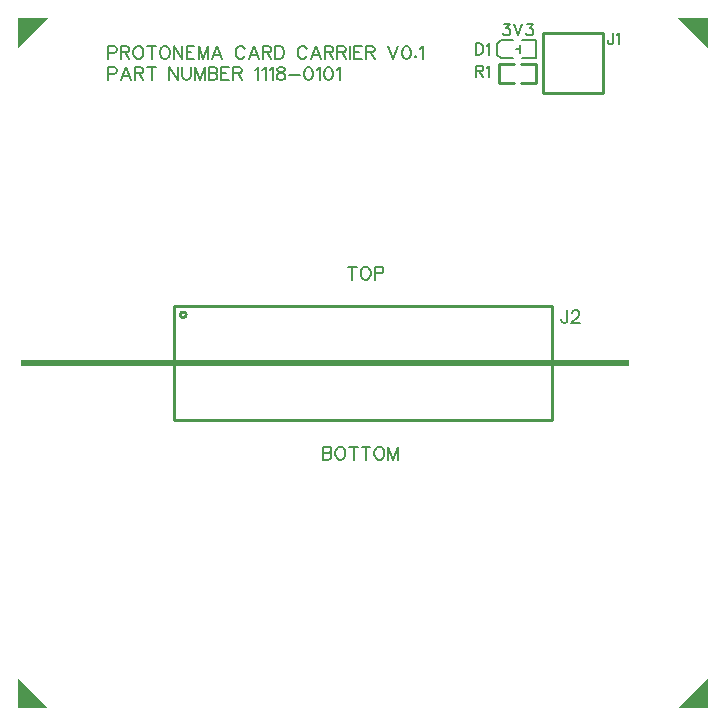
<source format=gto>
G04 Layer: TopSilkscreenLayer*
G04 EasyEDA v6.5.34, 2023-08-21 18:11:39*
G04 c46f0082a94245e39cc9accd834b7a4f,5a6b42c53f6a479593ecc07194224c93,10*
G04 Gerber Generator version 0.2*
G04 Scale: 100 percent, Rotated: No, Reflected: No *
G04 Dimensions in millimeters *
G04 leading zeros omitted , absolute positions ,4 integer and 5 decimal *
%FSLAX45Y45*%
%MOMM*%

%ADD10C,0.1524*%
%ADD11C,0.2540*%
%ADD12C,0.1500*%

%LPD*%
D10*
X761992Y5601759D02*
G01*
X761992Y5492539D01*
X761992Y5601759D02*
G01*
X808728Y5601759D01*
X824222Y5596425D01*
X829556Y5591345D01*
X834636Y5580931D01*
X834636Y5565437D01*
X829556Y5555023D01*
X824222Y5549689D01*
X808728Y5544609D01*
X761992Y5544609D01*
X868926Y5601759D02*
G01*
X868926Y5492539D01*
X868926Y5601759D02*
G01*
X915662Y5601759D01*
X931410Y5596425D01*
X936490Y5591345D01*
X941824Y5580931D01*
X941824Y5570517D01*
X936490Y5560103D01*
X931410Y5555023D01*
X915662Y5549689D01*
X868926Y5549689D01*
X905502Y5549689D02*
G01*
X941824Y5492539D01*
X1007102Y5601759D02*
G01*
X996942Y5596425D01*
X986528Y5586265D01*
X981194Y5575851D01*
X976114Y5560103D01*
X976114Y5534195D01*
X981194Y5518701D01*
X986528Y5508287D01*
X996942Y5497873D01*
X1007102Y5492539D01*
X1027930Y5492539D01*
X1038344Y5497873D01*
X1048758Y5508287D01*
X1054092Y5518701D01*
X1059172Y5534195D01*
X1059172Y5560103D01*
X1054092Y5575851D01*
X1048758Y5586265D01*
X1038344Y5596425D01*
X1027930Y5601759D01*
X1007102Y5601759D01*
X1129784Y5601759D02*
G01*
X1129784Y5492539D01*
X1093462Y5601759D02*
G01*
X1166106Y5601759D01*
X1231638Y5601759D02*
G01*
X1221224Y5596425D01*
X1210810Y5586265D01*
X1205730Y5575851D01*
X1200396Y5560103D01*
X1200396Y5534195D01*
X1205730Y5518701D01*
X1210810Y5508287D01*
X1221224Y5497873D01*
X1231638Y5492539D01*
X1252466Y5492539D01*
X1262880Y5497873D01*
X1273294Y5508287D01*
X1278374Y5518701D01*
X1283708Y5534195D01*
X1283708Y5560103D01*
X1278374Y5575851D01*
X1273294Y5586265D01*
X1262880Y5596425D01*
X1252466Y5601759D01*
X1231638Y5601759D01*
X1317998Y5601759D02*
G01*
X1317998Y5492539D01*
X1317998Y5601759D02*
G01*
X1390642Y5492539D01*
X1390642Y5601759D02*
G01*
X1390642Y5492539D01*
X1424932Y5601759D02*
G01*
X1424932Y5492539D01*
X1424932Y5601759D02*
G01*
X1492496Y5601759D01*
X1424932Y5549689D02*
G01*
X1466588Y5549689D01*
X1424932Y5492539D02*
G01*
X1492496Y5492539D01*
X1526786Y5601759D02*
G01*
X1526786Y5492539D01*
X1526786Y5601759D02*
G01*
X1568442Y5492539D01*
X1609844Y5601759D02*
G01*
X1568442Y5492539D01*
X1609844Y5601759D02*
G01*
X1609844Y5492539D01*
X1685790Y5601759D02*
G01*
X1644134Y5492539D01*
X1685790Y5601759D02*
G01*
X1727192Y5492539D01*
X1659882Y5529115D02*
G01*
X1711698Y5529115D01*
X1919470Y5575851D02*
G01*
X1914390Y5586265D01*
X1903976Y5596425D01*
X1893562Y5601759D01*
X1872734Y5601759D01*
X1862320Y5596425D01*
X1851906Y5586265D01*
X1846826Y5575851D01*
X1841492Y5560103D01*
X1841492Y5534195D01*
X1846826Y5518701D01*
X1851906Y5508287D01*
X1862320Y5497873D01*
X1872734Y5492539D01*
X1893562Y5492539D01*
X1903976Y5497873D01*
X1914390Y5508287D01*
X1919470Y5518701D01*
X1995416Y5601759D02*
G01*
X1953760Y5492539D01*
X1995416Y5601759D02*
G01*
X2037072Y5492539D01*
X1969508Y5529115D02*
G01*
X2021324Y5529115D01*
X2071362Y5601759D02*
G01*
X2071362Y5492539D01*
X2071362Y5601759D02*
G01*
X2118098Y5601759D01*
X2133592Y5596425D01*
X2138672Y5591345D01*
X2144006Y5580931D01*
X2144006Y5570517D01*
X2138672Y5560103D01*
X2133592Y5555023D01*
X2118098Y5549689D01*
X2071362Y5549689D01*
X2107684Y5549689D02*
G01*
X2144006Y5492539D01*
X2178296Y5601759D02*
G01*
X2178296Y5492539D01*
X2178296Y5601759D02*
G01*
X2214618Y5601759D01*
X2230112Y5596425D01*
X2240526Y5586265D01*
X2245860Y5575851D01*
X2250940Y5560103D01*
X2250940Y5534195D01*
X2245860Y5518701D01*
X2240526Y5508287D01*
X2230112Y5497873D01*
X2214618Y5492539D01*
X2178296Y5492539D01*
X2443218Y5575851D02*
G01*
X2438138Y5586265D01*
X2427724Y5596425D01*
X2417310Y5601759D01*
X2396482Y5601759D01*
X2386068Y5596425D01*
X2375654Y5586265D01*
X2370574Y5575851D01*
X2365240Y5560103D01*
X2365240Y5534195D01*
X2370574Y5518701D01*
X2375654Y5508287D01*
X2386068Y5497873D01*
X2396482Y5492539D01*
X2417310Y5492539D01*
X2427724Y5497873D01*
X2438138Y5508287D01*
X2443218Y5518701D01*
X2519164Y5601759D02*
G01*
X2477508Y5492539D01*
X2519164Y5601759D02*
G01*
X2560566Y5492539D01*
X2493002Y5529115D02*
G01*
X2545072Y5529115D01*
X2594856Y5601759D02*
G01*
X2594856Y5492539D01*
X2594856Y5601759D02*
G01*
X2641592Y5601759D01*
X2657340Y5596425D01*
X2662420Y5591345D01*
X2667754Y5580931D01*
X2667754Y5570517D01*
X2662420Y5560103D01*
X2657340Y5555023D01*
X2641592Y5549689D01*
X2594856Y5549689D01*
X2631432Y5549689D02*
G01*
X2667754Y5492539D01*
X2702044Y5601759D02*
G01*
X2702044Y5492539D01*
X2702044Y5601759D02*
G01*
X2748780Y5601759D01*
X2764274Y5596425D01*
X2769608Y5591345D01*
X2774688Y5580931D01*
X2774688Y5570517D01*
X2769608Y5560103D01*
X2764274Y5555023D01*
X2748780Y5549689D01*
X2702044Y5549689D01*
X2738366Y5549689D02*
G01*
X2774688Y5492539D01*
X2808978Y5601759D02*
G01*
X2808978Y5492539D01*
X2843268Y5601759D02*
G01*
X2843268Y5492539D01*
X2843268Y5601759D02*
G01*
X2910832Y5601759D01*
X2843268Y5549689D02*
G01*
X2884924Y5549689D01*
X2843268Y5492539D02*
G01*
X2910832Y5492539D01*
X2945122Y5601759D02*
G01*
X2945122Y5492539D01*
X2945122Y5601759D02*
G01*
X2991858Y5601759D01*
X3007352Y5596425D01*
X3012686Y5591345D01*
X3017766Y5580931D01*
X3017766Y5570517D01*
X3012686Y5560103D01*
X3007352Y5555023D01*
X2991858Y5549689D01*
X2945122Y5549689D01*
X2981444Y5549689D02*
G01*
X3017766Y5492539D01*
X3132066Y5601759D02*
G01*
X3173722Y5492539D01*
X3215378Y5601759D02*
G01*
X3173722Y5492539D01*
X3280656Y5601759D02*
G01*
X3265162Y5596425D01*
X3254748Y5580931D01*
X3249668Y5555023D01*
X3249668Y5539275D01*
X3254748Y5513367D01*
X3265162Y5497873D01*
X3280656Y5492539D01*
X3291070Y5492539D01*
X3306818Y5497873D01*
X3317232Y5513367D01*
X3322312Y5539275D01*
X3322312Y5555023D01*
X3317232Y5580931D01*
X3306818Y5596425D01*
X3291070Y5601759D01*
X3280656Y5601759D01*
X3361682Y5518701D02*
G01*
X3356602Y5513367D01*
X3361682Y5508287D01*
X3367016Y5513367D01*
X3361682Y5518701D01*
X3401306Y5580931D02*
G01*
X3411720Y5586265D01*
X3427214Y5601759D01*
X3427214Y5492539D01*
X761992Y5423959D02*
G01*
X761992Y5314739D01*
X761992Y5423959D02*
G01*
X808728Y5423959D01*
X824222Y5418625D01*
X829556Y5413545D01*
X834636Y5403131D01*
X834636Y5387637D01*
X829556Y5377223D01*
X824222Y5371889D01*
X808728Y5366809D01*
X761992Y5366809D01*
X910582Y5423959D02*
G01*
X868926Y5314739D01*
X910582Y5423959D02*
G01*
X952238Y5314739D01*
X884674Y5351315D02*
G01*
X936490Y5351315D01*
X986528Y5423959D02*
G01*
X986528Y5314739D01*
X986528Y5423959D02*
G01*
X1033264Y5423959D01*
X1048758Y5418625D01*
X1054092Y5413545D01*
X1059172Y5403131D01*
X1059172Y5392717D01*
X1054092Y5382303D01*
X1048758Y5377223D01*
X1033264Y5371889D01*
X986528Y5371889D01*
X1022850Y5371889D02*
G01*
X1059172Y5314739D01*
X1129784Y5423959D02*
G01*
X1129784Y5314739D01*
X1093462Y5423959D02*
G01*
X1166106Y5423959D01*
X1280406Y5423959D02*
G01*
X1280406Y5314739D01*
X1280406Y5423959D02*
G01*
X1353304Y5314739D01*
X1353304Y5423959D02*
G01*
X1353304Y5314739D01*
X1387594Y5423959D02*
G01*
X1387594Y5345981D01*
X1392674Y5330487D01*
X1403088Y5320073D01*
X1418582Y5314739D01*
X1428996Y5314739D01*
X1444744Y5320073D01*
X1455158Y5330487D01*
X1460238Y5345981D01*
X1460238Y5423959D01*
X1494528Y5423959D02*
G01*
X1494528Y5314739D01*
X1494528Y5423959D02*
G01*
X1536184Y5314739D01*
X1577586Y5423959D02*
G01*
X1536184Y5314739D01*
X1577586Y5423959D02*
G01*
X1577586Y5314739D01*
X1611876Y5423959D02*
G01*
X1611876Y5314739D01*
X1611876Y5423959D02*
G01*
X1658612Y5423959D01*
X1674360Y5418625D01*
X1679440Y5413545D01*
X1684774Y5403131D01*
X1684774Y5392717D01*
X1679440Y5382303D01*
X1674360Y5377223D01*
X1658612Y5371889D01*
X1611876Y5371889D02*
G01*
X1658612Y5371889D01*
X1674360Y5366809D01*
X1679440Y5361475D01*
X1684774Y5351315D01*
X1684774Y5335567D01*
X1679440Y5325153D01*
X1674360Y5320073D01*
X1658612Y5314739D01*
X1611876Y5314739D01*
X1719064Y5423959D02*
G01*
X1719064Y5314739D01*
X1719064Y5423959D02*
G01*
X1786628Y5423959D01*
X1719064Y5371889D02*
G01*
X1760466Y5371889D01*
X1719064Y5314739D02*
G01*
X1786628Y5314739D01*
X1820918Y5423959D02*
G01*
X1820918Y5314739D01*
X1820918Y5423959D02*
G01*
X1867654Y5423959D01*
X1883148Y5418625D01*
X1888482Y5413545D01*
X1893562Y5403131D01*
X1893562Y5392717D01*
X1888482Y5382303D01*
X1883148Y5377223D01*
X1867654Y5371889D01*
X1820918Y5371889D01*
X1857240Y5371889D02*
G01*
X1893562Y5314739D01*
X2007862Y5403131D02*
G01*
X2018276Y5408465D01*
X2033770Y5423959D01*
X2033770Y5314739D01*
X2068060Y5403131D02*
G01*
X2078474Y5408465D01*
X2094222Y5423959D01*
X2094222Y5314739D01*
X2128512Y5403131D02*
G01*
X2138672Y5408465D01*
X2154420Y5423959D01*
X2154420Y5314739D01*
X2214618Y5423959D02*
G01*
X2199124Y5418625D01*
X2193790Y5408465D01*
X2193790Y5398051D01*
X2199124Y5387637D01*
X2209538Y5382303D01*
X2230112Y5377223D01*
X2245860Y5371889D01*
X2256274Y5361475D01*
X2261354Y5351315D01*
X2261354Y5335567D01*
X2256274Y5325153D01*
X2250940Y5320073D01*
X2235446Y5314739D01*
X2214618Y5314739D01*
X2199124Y5320073D01*
X2193790Y5325153D01*
X2188710Y5335567D01*
X2188710Y5351315D01*
X2193790Y5361475D01*
X2204204Y5371889D01*
X2219952Y5377223D01*
X2240526Y5382303D01*
X2250940Y5387637D01*
X2256274Y5398051D01*
X2256274Y5408465D01*
X2250940Y5418625D01*
X2235446Y5423959D01*
X2214618Y5423959D01*
X2295644Y5361475D02*
G01*
X2389116Y5361475D01*
X2454648Y5423959D02*
G01*
X2439154Y5418625D01*
X2428740Y5403131D01*
X2423406Y5377223D01*
X2423406Y5361475D01*
X2428740Y5335567D01*
X2439154Y5320073D01*
X2454648Y5314739D01*
X2465062Y5314739D01*
X2480556Y5320073D01*
X2490970Y5335567D01*
X2496304Y5361475D01*
X2496304Y5377223D01*
X2490970Y5403131D01*
X2480556Y5418625D01*
X2465062Y5423959D01*
X2454648Y5423959D01*
X2530594Y5403131D02*
G01*
X2541008Y5408465D01*
X2556502Y5423959D01*
X2556502Y5314739D01*
X2622034Y5423959D02*
G01*
X2606286Y5418625D01*
X2595872Y5403131D01*
X2590792Y5377223D01*
X2590792Y5361475D01*
X2595872Y5335567D01*
X2606286Y5320073D01*
X2622034Y5314739D01*
X2632448Y5314739D01*
X2647942Y5320073D01*
X2658356Y5335567D01*
X2663436Y5361475D01*
X2663436Y5377223D01*
X2658356Y5403131D01*
X2647942Y5418625D01*
X2632448Y5423959D01*
X2622034Y5423959D01*
X2697726Y5403131D02*
G01*
X2708140Y5408465D01*
X2723888Y5423959D01*
X2723888Y5314739D01*
X5036558Y5714230D02*
G01*
X5036558Y5641586D01*
X5031986Y5627870D01*
X5027414Y5623298D01*
X5018270Y5618726D01*
X5009380Y5618726D01*
X5000236Y5623298D01*
X4995664Y5627870D01*
X4991092Y5641586D01*
X4991092Y5650730D01*
X5066530Y5696196D02*
G01*
X5075674Y5700768D01*
X5089390Y5714230D01*
X5089390Y5618726D01*
X4111236Y5790430D02*
G01*
X4161274Y5790430D01*
X4133842Y5754108D01*
X4147558Y5754108D01*
X4156702Y5749536D01*
X4161274Y5744964D01*
X4165846Y5731502D01*
X4165846Y5722358D01*
X4161274Y5708642D01*
X4152130Y5699498D01*
X4138414Y5694926D01*
X4124698Y5694926D01*
X4111236Y5699498D01*
X4106664Y5704070D01*
X4102092Y5713214D01*
X4195818Y5790430D02*
G01*
X4232140Y5694926D01*
X4268462Y5790430D02*
G01*
X4232140Y5694926D01*
X4307578Y5790430D02*
G01*
X4357616Y5790430D01*
X4330184Y5754108D01*
X4343900Y5754108D01*
X4353044Y5749536D01*
X4357616Y5744964D01*
X4362188Y5731502D01*
X4362188Y5722358D01*
X4357616Y5708642D01*
X4348472Y5699498D01*
X4334756Y5694926D01*
X4321294Y5694926D01*
X4307578Y5699498D01*
X4303006Y5704070D01*
X4298434Y5713214D01*
X2830314Y3734859D02*
G01*
X2830314Y3625639D01*
X2793992Y3734859D02*
G01*
X2866636Y3734859D01*
X2932168Y3734859D02*
G01*
X2921754Y3729525D01*
X2911340Y3719365D01*
X2906260Y3708951D01*
X2900926Y3693203D01*
X2900926Y3667295D01*
X2906260Y3651801D01*
X2911340Y3641387D01*
X2921754Y3630973D01*
X2932168Y3625639D01*
X2952996Y3625639D01*
X2963410Y3630973D01*
X2973824Y3641387D01*
X2978904Y3651801D01*
X2984238Y3667295D01*
X2984238Y3693203D01*
X2978904Y3708951D01*
X2973824Y3719365D01*
X2963410Y3729525D01*
X2952996Y3734859D01*
X2932168Y3734859D01*
X3018528Y3734859D02*
G01*
X3018528Y3625639D01*
X3018528Y3734859D02*
G01*
X3065264Y3734859D01*
X3080758Y3729525D01*
X3086092Y3724445D01*
X3091172Y3714031D01*
X3091172Y3698537D01*
X3086092Y3688123D01*
X3080758Y3682789D01*
X3065264Y3677709D01*
X3018528Y3677709D01*
X2578092Y2210859D02*
G01*
X2578092Y2101639D01*
X2578092Y2210859D02*
G01*
X2624828Y2210859D01*
X2640322Y2205525D01*
X2645656Y2200445D01*
X2650736Y2190031D01*
X2650736Y2179617D01*
X2645656Y2169203D01*
X2640322Y2164123D01*
X2624828Y2158789D01*
X2578092Y2158789D02*
G01*
X2624828Y2158789D01*
X2640322Y2153709D01*
X2645656Y2148375D01*
X2650736Y2138215D01*
X2650736Y2122467D01*
X2645656Y2112053D01*
X2640322Y2106973D01*
X2624828Y2101639D01*
X2578092Y2101639D01*
X2716268Y2210859D02*
G01*
X2705854Y2205525D01*
X2695440Y2195365D01*
X2690360Y2184951D01*
X2685026Y2169203D01*
X2685026Y2143295D01*
X2690360Y2127801D01*
X2695440Y2117387D01*
X2705854Y2106973D01*
X2716268Y2101639D01*
X2737096Y2101639D01*
X2747510Y2106973D01*
X2757924Y2117387D01*
X2763004Y2127801D01*
X2768338Y2143295D01*
X2768338Y2169203D01*
X2763004Y2184951D01*
X2757924Y2195365D01*
X2747510Y2205525D01*
X2737096Y2210859D01*
X2716268Y2210859D01*
X2838950Y2210859D02*
G01*
X2838950Y2101639D01*
X2802628Y2210859D02*
G01*
X2875272Y2210859D01*
X2945884Y2210859D02*
G01*
X2945884Y2101639D01*
X2909562Y2210859D02*
G01*
X2982206Y2210859D01*
X3047738Y2210859D02*
G01*
X3037324Y2205525D01*
X3026910Y2195365D01*
X3021830Y2184951D01*
X3016496Y2169203D01*
X3016496Y2143295D01*
X3021830Y2127801D01*
X3026910Y2117387D01*
X3037324Y2106973D01*
X3047738Y2101639D01*
X3068566Y2101639D01*
X3078980Y2106973D01*
X3089394Y2117387D01*
X3094474Y2127801D01*
X3099808Y2143295D01*
X3099808Y2169203D01*
X3094474Y2184951D01*
X3089394Y2195365D01*
X3078980Y2205525D01*
X3068566Y2210859D01*
X3047738Y2210859D01*
X3134098Y2210859D02*
G01*
X3134098Y2101639D01*
X3134098Y2210859D02*
G01*
X3175500Y2101639D01*
X3217156Y2210859D02*
G01*
X3175500Y2101639D01*
X3217156Y2210859D02*
G01*
X3217156Y2101639D01*
X4649457Y3366556D02*
G01*
X4649457Y3283498D01*
X4644123Y3267750D01*
X4639043Y3262670D01*
X4628629Y3257336D01*
X4618215Y3257336D01*
X4607801Y3262670D01*
X4602467Y3267750D01*
X4597387Y3283498D01*
X4597387Y3293912D01*
X4688827Y3340648D02*
G01*
X4688827Y3345728D01*
X4693907Y3356142D01*
X4699241Y3361222D01*
X4709655Y3366556D01*
X4730483Y3366556D01*
X4740897Y3361222D01*
X4745977Y3356142D01*
X4751057Y3345728D01*
X4751057Y3335314D01*
X4745977Y3324900D01*
X4735563Y3309406D01*
X4683747Y3257336D01*
X4756391Y3257336D01*
X3873492Y5625330D02*
G01*
X3873492Y5529826D01*
X3873492Y5625330D02*
G01*
X3905242Y5625330D01*
X3918958Y5620758D01*
X3928102Y5611868D01*
X3932674Y5602724D01*
X3937246Y5589008D01*
X3937246Y5566402D01*
X3932674Y5552686D01*
X3928102Y5543542D01*
X3918958Y5534398D01*
X3905242Y5529826D01*
X3873492Y5529826D01*
X3967218Y5607296D02*
G01*
X3976108Y5611868D01*
X3989824Y5625330D01*
X3989824Y5529826D01*
X3873492Y5434830D02*
G01*
X3873492Y5339326D01*
X3873492Y5434830D02*
G01*
X3914386Y5434830D01*
X3928102Y5430258D01*
X3932674Y5425686D01*
X3937246Y5416796D01*
X3937246Y5407652D01*
X3932674Y5398508D01*
X3928102Y5393936D01*
X3914386Y5389364D01*
X3873492Y5389364D01*
X3905242Y5389364D02*
G01*
X3937246Y5339326D01*
X3967218Y5416796D02*
G01*
X3976108Y5421368D01*
X3989824Y5434830D01*
X3989824Y5339326D01*
G36*
X0Y5842000D02*
G01*
X0Y5588000D01*
X254000Y5842000D01*
G37*
G36*
X0Y254000D02*
G01*
X0Y0D01*
X254000Y0D01*
G37*
G36*
X5842000Y254000D02*
G01*
X5588000Y0D01*
X5842000Y0D01*
G37*
G36*
X5588000Y5842000D02*
G01*
X5842000Y5588000D01*
X5842000Y5842000D01*
G37*
D11*
X1320794Y3403594D02*
G01*
X4521194Y3403594D01*
X4521194Y2438394D01*
X1320794Y2438394D01*
X1320794Y3403594D01*
D12*
X4246092Y5575515D02*
G01*
X4212092Y5575515D01*
X4054086Y5540288D02*
G01*
X4054086Y5530286D01*
X4084081Y5500283D01*
X4269087Y5650290D02*
G01*
X4384088Y5650290D01*
X4269087Y5500283D02*
G01*
X4384088Y5500283D01*
X4189087Y5650290D02*
G01*
X4084081Y5650290D01*
X4189087Y5500283D02*
G01*
X4084081Y5500283D01*
X4384088Y5650278D02*
G01*
X4384088Y5502287D01*
X4054086Y5610280D02*
G01*
X4054086Y5540288D01*
X4054086Y5610280D02*
G01*
X4054086Y5620296D01*
X4084081Y5650290D01*
X4246092Y5610288D02*
G01*
X4246092Y5542290D01*
D11*
X4074030Y5291579D02*
G01*
X4074030Y5451584D01*
X4384088Y5292089D02*
G01*
X4384088Y5452094D01*
X4199026Y5451584D02*
G01*
X4074030Y5451584D01*
X4199026Y5291579D02*
G01*
X4074030Y5291579D01*
X4259084Y5452094D02*
G01*
X4384088Y5452094D01*
X4259084Y5292089D02*
G01*
X4384088Y5292089D01*
G75*
G01
X1422392Y3327392D02*
G03X1422392Y3327392I-25400J0D01*
X4444992Y5714992D02*
G01*
X4952992Y5714992D01*
X4952992Y5206992D01*
X4444992Y5206992D01*
X4444992Y5714992D01*
G36*
X25392Y2946392D02*
G01*
X5168892Y2946392D01*
X5168892Y2895592D01*
X25392Y2895592D01*
G37*
M02*

</source>
